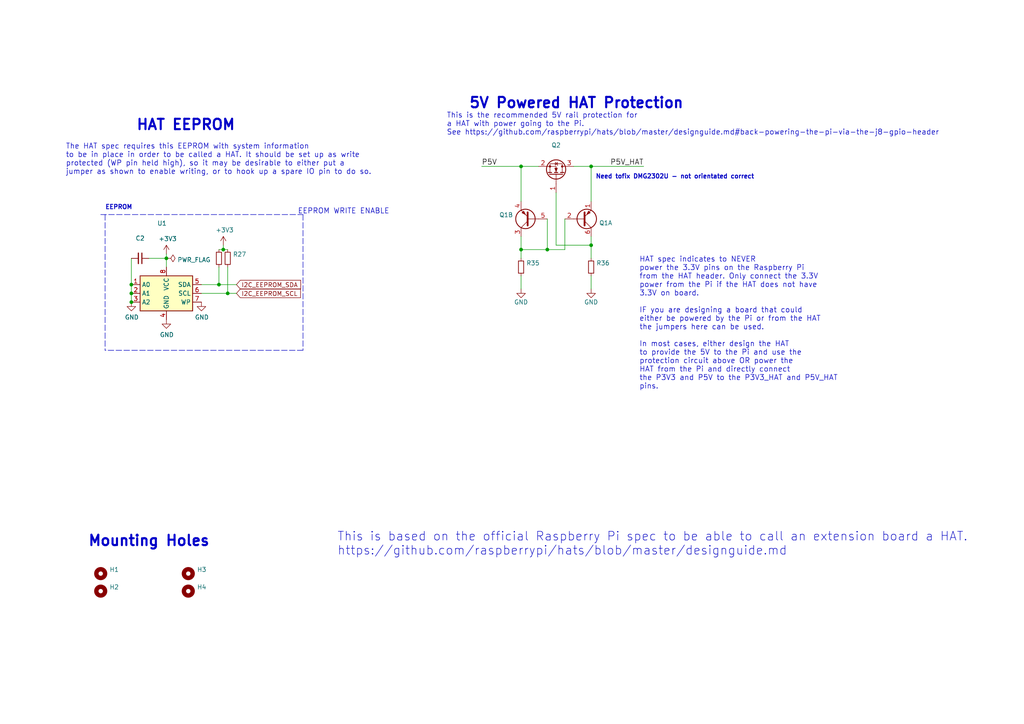
<source format=kicad_sch>
(kicad_sch (version 20211123) (generator eeschema)
  (paper "A4")
  (title_block (title "The Owl - RPI Cape 16ch Pixel Controller") (date "2022-04-04") (company "OnlineDynamic"))
  (lib_symbols
    (symbol "Device:C_Small" (pin_numbers hide) (pin_names (offset 0.254) hide)
      (property "Reference" "C" (at 0.254 1.778 0))
      (property "Value" "C_Small" (at 0.254 -2.032 0))
      (symbol "C_Small_0_1"
        (polyline (pts (xy -1.524 -0.508) (xy 1.524 -0.508)) (stroke (width 0.3302)))
        (polyline (pts (xy -1.524 0.508) (xy 1.524 0.508)) (stroke (width 0.3048)))
      )
      (symbol "C_Small_1_1"
        (pin passive line (at 0 2.54 270) (length 2.032) (name "~") (number "1"))
        (pin passive line (at 0 -2.54 90) (length 2.032) (name "~") (number "2"))
      )
    )
    (symbol "Device:R_Small" (pin_numbers hide) (pin_names (offset 0.254) hide)
      (property "Reference" "R" (at 0.762 0.508 0))
      (property "Value" "R_Small" (at 0.762 -1.016 0))
      (symbol "R_Small_0_1"
        (rectangle (start -0.762 1.778) (end 0.762 -1.778) (stroke (width 0.2032)))
      )
      (symbol "R_Small_1_1"
        (pin passive line (at 0 2.54 270) (length 0.762) (name "~") (number "1"))
        (pin passive line (at 0 -2.54 90) (length 0.762) (name "~") (number "2"))
      )
    )
    (symbol "Mechanical:MountingHole" (pin_names (offset 1.016))
      (property "Reference" "H" (at 0 5.08 0))
      (property "Value" "MountingHole" (at 0 3.175 0))
      (symbol "MountingHole_0_1"
        (circle (center 0 0) (radius 1.27) (stroke (width 1.27)))
      )
    )
    (symbol "Memory_EEPROM:CAT24C256"
      (property "Reference" "U" (at -6.35 6.35 0))
      (property "Value" "CAT24C256" (at 1.27 6.35 0))
      (symbol "CAT24C256_1_1"
        (rectangle (start -7.62 5.08) (end 7.62 -5.08) (stroke (width 0.254)) (fill (type background)))
        (pin input line (at -10.16 2.54 0) (length 2.54) (name "A0") (number "1"))
        (pin input line (at -10.16 0 0) (length 2.54) (name "A1") (number "2"))
        (pin input line (at -10.16 -2.54 0) (length 2.54) (name "A2") (number "3"))
        (pin power_in line (at 0 -7.62 90) (length 2.54) (name "GND") (number "4"))
        (pin bidirectional line (at 10.16 2.54 180) (length 2.54) (name "SDA") (number "5"))
        (pin input line (at 10.16 0 180) (length 2.54) (name "SCL") (number "6"))
        (pin input line (at 10.16 -2.54 180) (length 2.54) (name "WP") (number "7"))
        (pin power_in line (at 0 7.62 270) (length 2.54) (name "VCC") (number "8"))
      )
    )
    (symbol "Transistor_BJT:MMDT5401" (pin_names (offset 0) hide)
      (property "Reference" "Q" (at 5.08 1.27 0))
      (property "Value" "MMDT5401" (at 5.08 -1.27 0))
      (symbol "MMDT5401_0_1"
        (polyline (pts (xy 0.635 0) (xy -2.54 0)))
        (polyline (pts (xy 0.635 0.635) (xy 2.54 2.54)))
        (polyline (pts (xy 0.635 -0.635) (xy 2.54 -2.54) (xy 2.54 -2.54)))
        (polyline (pts (xy 0.635 1.905) (xy 0.635 -1.905) (xy 0.635 -1.905)) (stroke (width 0.508)))
        (polyline (pts (xy 2.286 -1.778) (xy 1.778 -2.286) (xy 1.27 -1.27) (xy 2.286 -1.778) (xy 2.286 -1.778)) (fill (type outline)))
        (circle (center 1.27 0) (radius 2.8194) (stroke (width 0.254)))
      )
      (symbol "MMDT5401_1_1"
        (pin passive line (at 2.54 -5.08 90) (length 2.54) (name "E1") (number "1"))
        (pin input line (at -5.08 0 0) (length 2.54) (name "B1") (number "2"))
        (pin passive line (at 2.54 5.08 270) (length 2.54) (name "C1") (number "6"))
      )
      (symbol "MMDT5401_2_1"
        (pin passive line (at 2.54 5.08 270) (length 2.54) (name "C2") (number "3"))
        (pin passive line (at 2.54 -5.08 90) (length 2.54) (name "E2") (number "4"))
        (pin input line (at -5.08 0 0) (length 2.54) (name "B2") (number "5"))
      )
    )
    (symbol "Transistor_FET:DMG2302U" (pin_names hide)
      (property "Reference" "Q" (at 5.08 1.905 0))
      (property "Value" "DMG2302U" (at 5.08 0 0))
      (symbol "DMG2302U_0_1"
        (polyline (pts (xy 0.254 0) (xy -2.54 0)))
        (polyline (pts (xy 0.254 1.905) (xy 0.254 -1.905)) (stroke (width 0.254)))
        (polyline (pts (xy 0.762 -1.27) (xy 0.762 -2.286)) (stroke (width 0.254)))
        (polyline (pts (xy 0.762 0.508) (xy 0.762 -0.508)) (stroke (width 0.254)))
        (polyline (pts (xy 0.762 2.286) (xy 0.762 1.27)) (stroke (width 0.254)))
        (polyline (pts (xy 2.54 2.54) (xy 2.54 1.778)))
        (polyline (pts (xy 2.54 -2.54) (xy 2.54 0) (xy 0.762 0)))
        (polyline (pts (xy 0.762 -1.778) (xy 3.302 -1.778) (xy 3.302 1.778) (xy 0.762 1.778)))
        (polyline (pts (xy 1.016 0) (xy 2.032 0.381) (xy 2.032 -0.381) (xy 1.016 0)) (fill (type outline)))
        (polyline (pts (xy 2.794 0.508) (xy 2.921 0.381) (xy 3.683 0.381) (xy 3.81 0.254)))
        (polyline (pts (xy 3.302 0.381) (xy 2.921 -0.254) (xy 3.683 -0.254) (xy 3.302 0.381)))
        (circle (center 1.651 0) (radius 2.794) (stroke (width 0.254)))
        (circle (center 2.54 -1.778) (radius 0.254) (fill (type outline)))
        (circle (center 2.54 1.778) (radius 0.254) (fill (type outline)))
      )
      (symbol "DMG2302U_1_1"
        (pin input line (at -5.08 0 0) (length 2.54) (name "G") (number "1"))
        (pin passive line (at 2.54 -5.08 90) (length 2.54) (name "S") (number "2"))
        (pin passive line (at 2.54 5.08 270) (length 2.54) (name "D") (number "3"))
      )
    )
    (symbol "power:+3.3V" (power) (pin_names (offset 0))
      (property "Value" "+3.3V" (at 0 3.556 0))
      (symbol "+3.3V_0_1"
        (polyline (pts (xy -0.762 1.27) (xy 0 2.54)))
        (polyline (pts (xy 0 0) (xy 0 2.54)))
        (polyline (pts (xy 0 2.54) (xy 0.762 1.27)))
      )
      (symbol "+3.3V_1_1"
        (pin power_in line (at 0 0 90) (length 0) hide (name "+3V3") (number "1"))
      )
    )
    (symbol "power:GND" (power) (pin_names (offset 0))
      (property "Value" "GND" (at 0 -3.81 0))
      (symbol "GND_0_1"
        (polyline (pts (xy 0 0) (xy 0 -1.27) (xy 1.27 -1.27) (xy 0 -2.54) (xy -1.27 -1.27) (xy 0 -1.27)))
      )
      (symbol "GND_1_1"
        (pin power_in line (at 0 0 270) (length 0) hide (name "GND") (number "1"))
      )
    )
    (symbol "power:PWR_FLAG" (power) (pin_numbers hide) (pin_names (offset 0) hide)
      (property "Value" "PWR_FLAG" (at 0 3.81 0))
      (symbol "PWR_FLAG_0_0"
        (pin power_out line (at 0 0 90) (length 0) (name "pwr") (number "1"))
      )
      (symbol "PWR_FLAG_0_1"
        (polyline (pts (xy 0 0) (xy 0 1.27) (xy -1.016 1.905) (xy 0 2.54) (xy 1.016 1.905) (xy 0 1.27)))
      )
    )
  )
  (junction (at 38.1 87.63))
  (junction (at 158.75 72.39))
  (junction (at 64.77 72.39))
  (junction (at 48.26 74.93))
  (junction (at 38.1 82.55))
  (junction (at 63.5 82.55))
  (junction (at 151.13 48.26))
  (junction (at 38.1 85.09))
  (junction (at 66.04 85.09))
  (junction (at 171.45 48.26))
  (junction (at 171.45 71.12))
  (junction (at 151.13 72.39))
  (wire (pts (xy 63.5 77.47) (xy 63.5 82.55)))
  (polyline (pts (xy 87.884 62.23) (xy 87.884 101.6)))
  (wire (pts (xy 163.83 72.39) (xy 163.83 63.5)))
  (wire (pts (xy 63.5 72.39) (xy 64.77 72.39)))
  (wire (pts (xy 151.13 72.39) (xy 158.75 72.39)))
  (wire (pts (xy 48.26 73.66) (xy 48.26 74.93)))
  (wire (pts (xy 48.26 74.93) (xy 48.514 74.93)))
  (wire (pts (xy 38.1 85.09) (xy 38.1 87.63)))
  (polyline (pts (xy 87.884 101.6) (xy 30.48 101.6)))
  (polyline (pts (xy 30.48 62.23) (xy 30.48 101.6)))
  (wire (pts (xy 161.29 71.12) (xy 171.45 71.12)))
  (wire (pts (xy 66.04 72.39) (xy 64.77 72.39)))
  (wire (pts (xy 158.75 72.39) (xy 163.83 72.39)))
  (wire (pts (xy 58.42 85.09) (xy 66.04 85.09)))
  (wire (pts (xy 151.13 80.01) (xy 151.13 83.82)))
  (wire (pts (xy 171.45 48.26) (xy 186.69 48.26)))
  (wire (pts (xy 151.13 58.42) (xy 151.13 48.26)))
  (wire (pts (xy 58.42 82.55) (xy 63.5 82.55)))
  (wire (pts (xy 48.26 74.93) (xy 48.26 77.47)))
  (wire (pts (xy 171.45 68.58) (xy 171.45 71.12)))
  (wire (pts (xy 38.1 82.55) (xy 38.1 85.09)))
  (wire (pts (xy 171.45 58.42) (xy 171.45 48.26)))
  (wire (pts (xy 161.29 55.88) (xy 161.29 71.12)))
  (wire (pts (xy 139.7 48.26) (xy 151.13 48.26)))
  (wire (pts (xy 63.5 82.55) (xy 68.58 82.55)))
  (wire (pts (xy 151.13 68.58) (xy 151.13 72.39)))
  (wire (pts (xy 66.04 85.09) (xy 68.58 85.09)))
  (wire (pts (xy 48.514 74.93) (xy 48.514 74.676)))
  (wire (pts (xy 171.45 71.12) (xy 171.45 74.93)))
  (wire (pts (xy 158.75 63.5) (xy 158.75 72.39)))
  (wire (pts (xy 43.18 74.93) (xy 48.26 74.93)))
  (wire (pts (xy 64.77 72.39) (xy 64.77 71.12)))
  (wire (pts (xy 151.13 48.26) (xy 156.21 48.26)))
  (wire (pts (xy 38.1 74.93) (xy 38.1 82.55)))
  (wire (pts (xy 151.13 72.39) (xy 151.13 74.93)))
  (wire (pts (xy 171.45 80.01) (xy 171.45 83.82)))
  (polyline (pts (xy 29.21 62.23) (xy 87.884 62.23)))
  (wire (pts (xy 166.37 48.26) (xy 171.45 48.26)))
  (wire (pts (xy 66.04 77.47) (xy 66.04 85.09)))
  (text "5V Powered HAT Protection" (at 135.89 31.75 0) (effects (font (size 2.9972 2.9972) (thickness 0.5994) bold) (justify left bottom)))
  (text "This is based on the official Raspberry Pi spec to be able to call an extension board a HAT.\nhttps://github.com/raspberrypi/hats/blob/master/designguide.md" (at 97.79 161.29 0) (effects (font (size 2.54 2.54)) (justify left bottom)))
  (text "Mounting Holes" (at 25.4 158.75 0) (effects (font (size 2.9972 2.9972) (thickness 0.5994) bold) (justify left bottom)))
  (text "EEPROM" (at 30.48 60.96 0) (effects (font (size 1.27 1.27) (thickness 0.254) bold) (justify left bottom)))
  (text "HAT spec indicates to NEVER\npower the 3.3V pins on the Raspberry Pi \nfrom the HAT header. Only connect the 3.3V\npower from the Pi if the HAT does not have\n3.3V on board.\n\nIF you are designing a board that could\neither be powered by the Pi or from the HAT\nthe jumpers here can be used.\n\nIn most cases, either design the HAT \nto provide the 5V to the Pi and use the\nprotection circuit above OR power the\nHAT from the Pi and directly connect\nthe P3V3 and P5V to the P3V3_HAT and P5V_HAT\npins." (at 185.42 113.03 0) (effects (font (size 1.524 1.524)) (justify left bottom)))
  (text "HAT EEPROM" (at 39.37 38.1 0) (effects (font (size 2.9972 2.9972) (thickness 0.5994) bold) (justify left bottom)))
  (text "EEPROM WRITE ENABLE" (at 86.36 62.23 0) (effects (font (size 1.524 1.524)) (justify left bottom)))
  (text "Need tofix DMG2302U - not orientated correct" (at 172.72 52.07 0) (effects (font (size 1.27 1.27) (thickness 0.254) bold) (justify left bottom)))
  (text "The HAT spec requires this EEPROM with system information\nto be in place in order to be called a HAT. It should be set up as write\nprotected (WP pin held high), so it may be desirable to either put a \njumper as shown to enable writing, or to hook up a spare IO pin to do so." (at 19.05 50.8 0) (effects (font (size 1.524 1.524)) (justify left bottom)))
  (text "This is the recommended 5V rail protection for \na HAT with power going to the Pi.\nSee https://github.com/raspberrypi/hats/blob/master/designguide.md#back-powering-the-pi-via-the-j8-gpio-header" (at 129.54 39.37 0) (effects (font (size 1.524 1.524)) (justify left bottom)))
  (label "P5V_HAT" (at 186.69 48.26 180) (effects (font (size 1.524 1.524))))
  (label "P5V" (at 139.7 48.26 0) (effects (font (size 1.524 1.524))))
  (global_label "I2C_EEPROM_SCL" (shape input) (at 68.58 85.09 0) (property "Intersheet References" "${INTERSHEET_REFS}" (effects hide)))
  (global_label "I2C_EEPROM_SDA" (shape input) (at 68.58 82.55 0) (property "Intersheet References" "${INTERSHEET_REFS}" (effects hide)))
  (symbol (lib_id "power:GND") (at 151.13 83.82 0) (unit 1)
    (property "Reference" "#PWR056" (effects hide))
    (property "Value" "GND" (at 151.13 87.63 0))
  )
  (symbol (lib_id "power:GND") (at 171.45 83.82 0) (unit 1)
    (property "Reference" "#PWR057" (effects hide))
    (property "Value" "GND" (at 171.45 87.63 0))
  )
  (symbol (lib_id "Mechanical:MountingHole") (at 29.21 166.37 0) (unit 1)
    (property "Reference" "H1" (at 31.75 165.2016 0) (effects (justify left)))
  )
  (symbol (lib_id "Mechanical:MountingHole") (at 29.21 171.45 0) (unit 1)
    (property "Reference" "H2" (at 31.75 170.2816 0) (effects (justify left)))
  )
  (symbol (lib_id "Mechanical:MountingHole") (at 54.61 166.37 0) (unit 1)
    (property "Reference" "H3" (at 57.15 165.2016 0) (effects (justify left)))
  )
  (symbol (lib_id "Mechanical:MountingHole") (at 54.61 171.45 0) (unit 1)
    (property "Reference" "H4" (at 57.15 170.2816 0) (effects (justify left)))
  )
  (symbol (lib_id "Device:R_Small") (at 171.45 77.47 0) (unit 1)
    (property "Reference" "R36" (at 172.9486 76.3016 0) (effects (justify left)))
    (property "Datasheet" "https://datasheet.lcsc.com/szlcsc/Uniroyal-Elec-0805W8F2201T5E_C17520.pdf" (effects hide))
    (property "Description" "C17673" (effects hide))
  )
  (symbol (lib_id "power:GND") (at 48.26 92.71 0) (unit 1)
    (property "Reference" "#PWR053" (effects hide))
    (property "Value" "GND" (at 48.387 97.1042 0))
  )
  (symbol (lib_id "power:GND") (at 38.1 87.63 0) (unit 1)
    (property "Reference" "#PWR051" (effects hide))
    (property "Value" "GND" (at 38.227 92.0242 0))
  )
  (symbol (lib_id "power:GND") (at 58.42 87.63 0) (unit 1)
    (property "Reference" "#PWR054" (effects hide))
    (property "Value" "GND" (at 58.547 92.0242 0))
  )
  (symbol (lib_id "power:+3.3V") (at 64.77 71.12 0) (unit 1)
    (property "Reference" "#PWR055" (effects hide))
    (property "Value" "+3.3V" (at 65.151 66.7258 0))
  )
  (symbol (lib_id "power:+3.3V") (at 48.26 73.66 0) (unit 1)
    (property "Reference" "#PWR052" (effects hide))
    (property "Value" "+3.3V" (at 48.641 69.2658 0))
  )
  (symbol (lib_id "Device:R_Small") (at 66.04 74.93 0) (unit 1)
    (property "Reference" "R27" (at 67.5386 73.7616 0) (effects (justify left)))
    (property "Datasheet" "https://datasheet.lcsc.com/szlcsc/Uniroyal-Elec-0805W8F2201T5E_C17520.pdf" (effects hide))
    (property "Description" "C17673" (effects hide))
  )
  (symbol (lib_id "Device:R_Small") (at 63.5 74.93 0) (unit 1)
    (property "Reference" "R25" (effects hide))
    (property "Datasheet" "https://datasheet.lcsc.com/szlcsc/Uniroyal-Elec-0805W8F2201T5E_C17520.pdf" (effects hide))
    (property "Description" "C17673" (effects hide))
  )
  (symbol (lib_id "Memory_EEPROM:CAT24C256") (at 48.26 85.09 0) (unit 1)
    (property "Reference" "U1" (at 46.99 64.77 0))
    (property "Datasheet" "https://www.onsemi.cn/PowerSolutions/document/CAT24C256-D.PDF" (effects hide))
    (property "Description" "C6482" (effects hide))
  )
  (symbol (lib_id "Device:R_Small") (at 151.13 77.47 0) (unit 1)
    (property "Reference" "R35" (at 152.6286 76.3016 0) (effects (justify left)))
    (property "Datasheet" "https://datasheet.lcsc.com/szlcsc/Uniroyal-Elec-0805W8F2201T5E_C17520.pdf" (effects hide))
    (property "Description" "C17673" (effects hide))
  )
  (symbol (lib_id "Transistor_FET:DMG2302U") (at 161.29 50.8 270) (mirror x) (unit 1)
    (property "Reference" "Q2" (at 161.29 42.1132 90))
    (property "Datasheet" "http://www.diodes.com/assets/Datasheets/DMG2302U.pdf" (effects hide))
  )
  (symbol (lib_id "Transistor_BJT:MMDT5401") (at 168.91 63.5 0) (mirror x) (unit 1)
    (property "Reference" "Q1" (at 173.7614 64.6684 0) (effects (justify left)))
    (property "Datasheet" "http://www.diodes.com/_files/datasheets/ds30169.pdf" (effects hide))
  )
  (symbol (lib_id "Transistor_BJT:MMDT5401") (at 153.67 63.5 180) (unit 2)
    (property "Reference" "Q1" (at 148.8186 62.3316 0) (effects (justify left)))
    (property "Datasheet" "http://www.diodes.com/_files/datasheets/ds30169.pdf" (effects hide))
  )
  (symbol (lib_id "power:PWR_FLAG") (at 48.26 74.93 270) (unit 1)
    (property "Reference" "#FLG0102" (effects hide))
    (property "Value" "PWR_FLAG" (at 51.435 75.3638 90) (effects (justify left)))
  )
  (symbol (lib_id "Device:C_Small") (at 40.64 74.93 270) (unit 1)
    (property "Reference" "C2" (at 40.64 69.1134 90))
    (property "Datasheet" "https://datasheet.lcsc.com/szlcsc/Samsung-Electro-Mechanics-CL05B104KO5NNNC_C1525.pdf" (effects hide))
    (property "Description" "C49678" (effects hide))
  )
)
</source>
